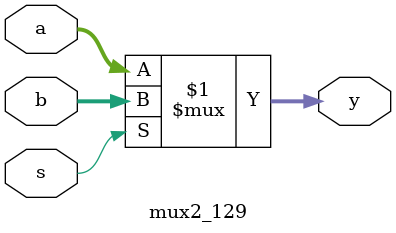
<source format=v>
module mux2_64 (a, b, s, y);
    input s;
    input[63:0] a, b;

    output[63:0] y;

    assign y = s ? b : a;
endmodule

module mux2_129 (a, b, s, y);
    input s;
    input[128:0] a, b;

    output[128:0] y;
    assign y = s ? b : a;
endmodule
</source>
